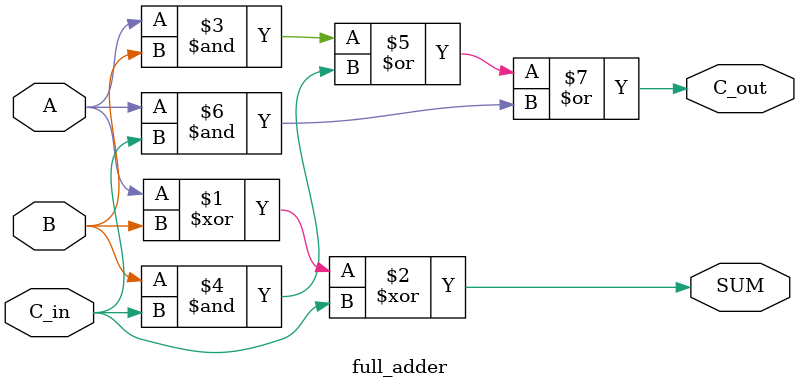
<source format=v>
module full_adder(
    input A,
    input B,
    input C_in,
    output SUM,
    output C_out
);

assign SUM = A ^ B ^ C_in;    
  assign C_out = (A & B) | (B & C_in) | (A & C_in);

endmodule

</source>
